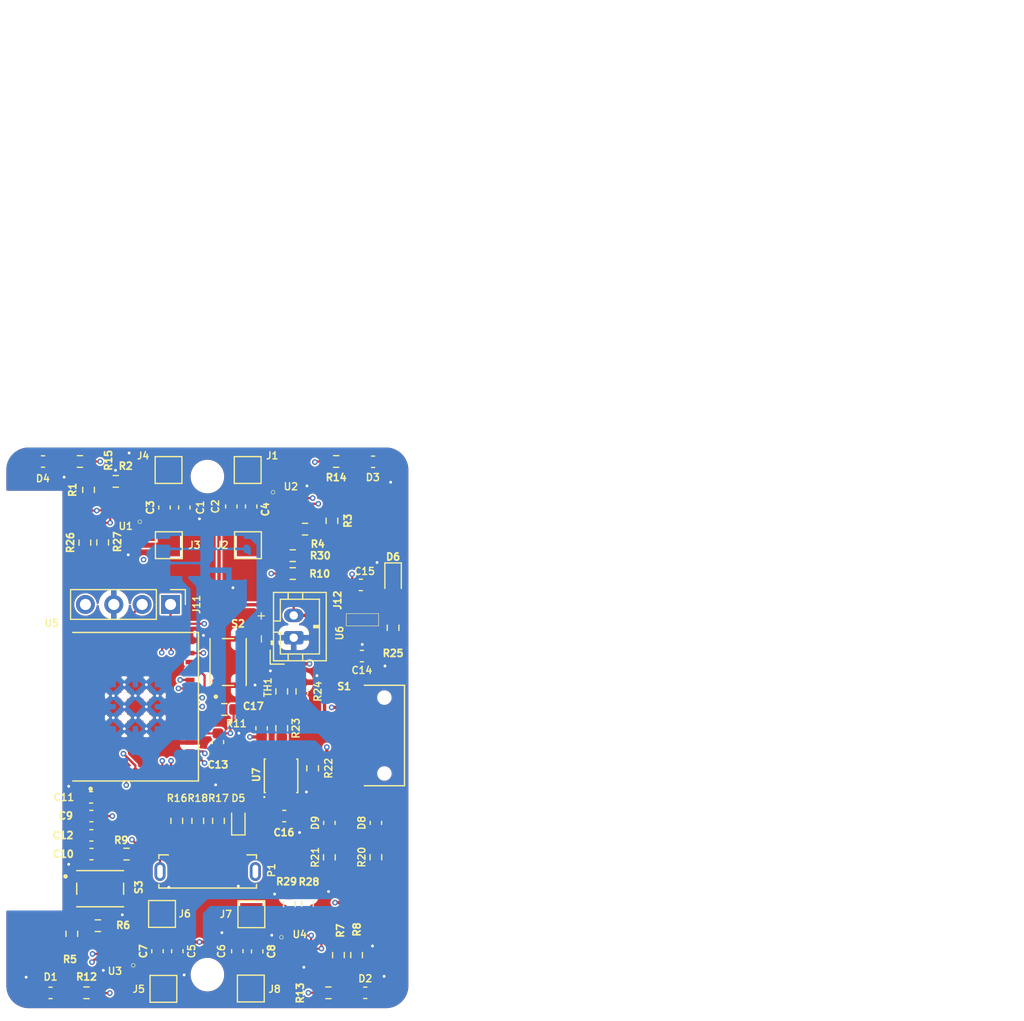
<source format=kicad_pcb>
(kicad_pcb (version 20240108) (generator "pcbnew") (generator_version "8.0")
  (layers (0 "F.Cu" signal) (31 "B.Cu" signal) (34 "B.Paste" user) (35 "F.Paste" user) (36 "B.SilkS" user "B.Silkscreen") (37 "F.SilkS" user "F.Silkscreen") (38 "B.Mask" user) (39 "F.Mask" user) (44 "Edge.Cuts" user))
  (net 0 "")
  (footprint "Resistor_SMD:R_0603_1608Metric" (layer "F.Cu") (at 154.2362 131.408 180)
    (property "Reference" "R13")
    (property "Value" "200")
  )
  (footprint "Resistor_SMD:R_0603_1608Metric" (layer "F.Cu") (at 131.2622 126.1248 90)
    (property "Reference" "R5")
    (property "Value" "10k")
  )
  (footprint "custom_IC:MountingHole_2.7mm_M2.5" (layer "F.Cu") (at 143.4034 85.18)
    (property "Reference" "REF**" (hide yes))
    (property "Value" "MountingHole_2.7mm_M2.5" (hide yes))
  )
  (footprint "Resistor_SMD:R_0603_1608Metric" (layer "F.Cu") (at 152.1492 89.8924 180)
    (property "Reference" "R4")
    (property "Value" "30k")
  )
  (footprint "kicad_reformed_custom_IC:A3908" (layer "F.Cu") (at 135.7748 87.9526 180)
    (property "Reference" "U1")
    (property "Value" "A3908")
  )
  (footprint "Resistor_SMD:R_0603_1608Metric" (layer "F.Cu") (at 154.3254 119.279 90)
    (property "Reference" "R21")
    (property "Value" "200")
  )
  (footprint "Resistor_SMD:R_0603_1608Metric" (layer "F.Cu") (at 151.8616 104.421 -90)
    (property "Reference" "R24")
    (property "Value" "75K")
  )
  (footprint "Capacitor_SMD:C_0603_1608Metric" (layer "F.Cu") (at 133.0272 118.9874 180)
    (property "Reference" "C10")
    (property "Value" "1uF 25V")
  )
  (footprint "TestPoint:TestPoint_Pad_2.0x2.0mm" (layer "F.Cu") (at 139.949 91.3268 180)
    (property "Reference" "J3")
    (property "Value" "motor0")
  )
  (footprint "kicad_reformed_custom_IC:SW_PTS810_SJM_250_SMTR_LFS" (layer "F.Cu") (at 133.8022 122.0862)
    (property "Reference" "S3")
    (property "Value" "TL4100AF240QG_")
  )
  (footprint "Capacitor_SMD:C_0603_1608Metric" (layer "F.Cu") (at 144.3432 108.9544 -90)
    (property "Reference" "C13")
    (property "Value" "0.1uF")
  )
  (footprint "Connector_JST:JST_PH_B2B-PH-K_1x02_P2.00mm_Vertical" (layer "F.Cu") (at 151.1338 99.6166 90)
    (property "Reference" "J12")
    (property "Value" "JST 2.0 BATT")
  )
  (footprint "Resistor_SMD:R_0603_1608Metric" (layer "F.Cu") (at 154.554 89.1424 -90)
    (property "Reference" "R3")
    (property "Value" "10k")
  )
  (footprint "Resistor_SMD:R_0603_1608Metric" (layer "F.Cu") (at 158.491 119.2668 90)
    (property "Reference" "R20")
    (property "Value" "200")
  )
  (footprint "Capacitor_SMD:C_0603_1608Metric" (layer "F.Cu") (at 129.3572 131.4174)
    (property "Reference" "D1")
    (property "Value" "LED")
  )
  (footprint "Resistor_SMD:R_0603_1608Metric" (layer "F.Cu") (at 152.3696 123.4324 -90)
    (property "Reference" "R28")
    (property "Value" "100k")
  )
  (footprint "Capacitor_SMD:C_0603_1608Metric" (layer "F.Cu") (at 140.711 127.6866 -90)
    (property "Reference" "C5")
    (property "Value" "10uF")
  )
  (footprint "Capacitor_SMD:C_0603_1608Metric" (layer "F.Cu") (at 132.9894 113.9074 180)
    (property "Reference" "C11")
    (property "Value" "0.1uF")
  )
  (footprint "Resistor_SMD:R_0603_1608Metric" (layer "F.Cu") (at 134.0262 91.085 90)
    (property "Reference" "R27")
    (property "Value" "100k")
  )
  (footprint "Diode_SMD:D_SOD-523" (layer "F.Cu") (at 146.172 116.0156 90)
    (property "Reference" "D5")
    (property "Value" "TPD1E10B06DPYR")
  )
  (footprint "TestPoint:TestPoint_Pad_2.0x2.0mm" (layer "F.Cu") (at 139.3394 124.3468 180)
    (property "Reference" "J6")
    (property "Value" "motor1")
  )
  (footprint "kicad_reformed_custom_IC:SW_JS102011SAQN" (layer "F.Cu") (at 159.253 108.3702 90)
    (property "Reference" "S1")
    (property "Value" "JS102011SAQN")
  )
  (footprint "kicad_reformed_custom_IC:MODULE_ESP32-H2-MINI-1-H2" (layer "F.Cu") (at 134.2496 105.7924 90)
    (property "Reference" "U5")
    (property "Value" "ESP32-H2-MINI-1")
  )
  (footprint "Capacitor_SMD:C_0603_1608Metric" (layer "F.Cu") (at 146.0836 127.6846 90)
    (property "Reference" "C6")
    (property "Value" "10uF")
  )
  (footprint "Capacitor_SMD:C_0603_1608Metric" (layer "F.Cu") (at 148.2548 107.723 90)
    (property "Reference" "C17")
    (property "Value" "22uF")
  )
  (footprint "Resistor_SMD:R_0603_1608Metric" (layer "F.Cu") (at 133.599 125.4006)
    (property "Reference" "R6")
    (property "Value" "30k")
  )
  (footprint "TestPoint:TestPoint_Pad_2.0x2.0mm" (layer "F.Cu") (at 139.4664 131.0524 180)
    (property "Reference" "J5")
    (property "Value" "motor0")
  )
  (footprint "kicad_reformed_custom_IC:A3908" (layer "F.Cu") (at 135.187 127.6746 180)
    (property "Reference" "U3")
    (property "Value" "A3908")
  )
  (footprint "kicad_reformed_custom_IC:SON50P300X300X100-11N" (layer "F.Cu") (at 149.9994 111.9774 90)
    (property "Reference" "U7")
    (property "Value" "MCP73833")
  )
  (footprint "Capacitor_SMD:C_0603_1608Metric" (layer "F.Cu") (at 139.5598 87.9526 -90)
    (property "Reference" "C3")
    (property "Value" "0.1uF")
  )
  (footprint "Resistor_SMD:R_0603_1608Metric" (layer "F.Cu") (at 150.0582 107.723 -90)
    (property "Reference" "R23")
    (property "Value" "1.43K")
  )
  (footprint "Resistor_SMD:R_0603_1608Metric" (layer "F.Cu") (at 132.7608 86.3738 90)
    (property "Reference" "R1")
    (property "Value" "10k")
  )
  (footprint "Resistor_SMD:R_0603_1608Metric" (layer "F.Cu") (at 156.7638 128.0298 90)
    (property "Reference" "R8")
    (property "Value" "30k")
  )
  (footprint "Capacitor_SMD:C_0603_1608Metric" (layer "F.Cu") (at 138.933 127.6866 -90)
    (property "Reference" "C7")
    (property "Value" "0.1uF")
  )
  (footprint "TestPoint:TestPoint_Pad_2.0x2.0mm" (layer "F.Cu") (at 147.2896 131.027)
    (property "Reference" "J8")
    (property "Value" "motor1")
  )
  (footprint "Resistor_SMD:R_0603_1608Metric" (layer "F.Cu") (at 154.935 83.8338 180)
    (property "Reference" "R14")
    (property "Value" "200")
  )
  (footprint "kicad_reformed_custom_IC:SW_PTS810_SJM_250_SMTR_LFS" (layer "F.Cu") (at 145.2576 101.7916 90)
    (property "Reference" "S2")
    (property "Value" "TL4100AF240QG_")
  )
  (footprint "Resistor_SMD:R_0603_1608Metric" (layer "F.Cu") (at 142.5398 116.0156 90)
    (property "Reference" "R18")
    (property "Value" "5k1")
  )
  (footprint "Capacitor_SMD:C_0603_1608Metric" (layer "F.Cu") (at 158.237 83.8592 180)
    (property "Reference" "D3")
    (property "Value" "LED")
  )
  (footprint "Resistor_SMD:R_0603_1608Metric" (layer "F.Cu") (at 144.394 116.0156 90)
    (property "Reference" "R17")
    (property "Value" "5k1")
  )
  (footprint "Resistor_SMD:R_0603_1608Metric" (layer "F.Cu") (at 152.8268 111.3044 -90)
    (property "Reference" "R22")
    (property "Value" "1.43K")
  )
  (footprint "Capacitor_SMD:C_0603_1608Metric" (layer "F.Cu") (at 128.6838 83.8338)
    (property "Reference" "D4")
    (property "Value" "LED")
  )
  (footprint "kicad_reformed_custom_IC:CUI_UJC-VP-3-SMT-TR" (layer "F.Cu") (at 143.4288 120.548)
    (property "Reference" "P1")
    (property "Value" "USB_C_Plug_USB2.0")
  )
  (footprint "Resistor_SMD:R_0603_1608Metric" (layer "F.Cu") (at 136.1644 118.9874 180)
    (property "Reference" "R9")
    (property "Value" "10k")
  )
  (footprint "Resistor_SMD:R_0603_1608Metric" (layer "F.Cu") (at 151.0488 92.2666)
    (property "Reference" "R30")
    (property "Value" "10k")
  )
  (footprint "Resistor_SMD:R_0603_1608Metric" (layer "F.Cu") (at 150.744 123.4578 -90)
    (property "Reference" "R29")
    (property "Value" "100k")
  )
  (footprint "Capacitor_SMD:C_0603_1608Metric" (layer "F.Cu") (at 157.5382 131.408 180)
    (property "Reference" "D2")
    (property "Value" "LED")
  )
  (footprint "Capacitor_SMD:C_0603_1608Metric" (layer "F.Cu") (at 157.1448 94.8828)
    (property "Reference" "C15")
    (property "Value" "10uF")
  )
  (footprint "Resistor_SMD:R_0603_1608Metric" (layer "F.Cu") (at 150.0596 104.421 90)
    (property "Reference" "TH1")
    (property "Value" "TH 10k")
  )
  (footprint "TestPoint:TestPoint_Pad_2.0x2.0mm" (layer "F.Cu") (at 147.0356 91.3268)
    (property "Reference" "J2")
    (property "Value" "motor1")
  )
  (footprint "Resistor_SMD:R_0603_1608Metric" (layer "F.Cu") (at 140.6602 116.0156 90)
    (property "Reference" "R16")
    (property "Value" "1M")
  )
  (footprint "Capacitor_SMD:C_0603_1608Metric" (layer "F.Cu") (at 147.8616 127.6996 90)
    (property "Reference" "C8")
    (property "Value" "0.1uF")
  )
  (footprint "custom_IC:MountingHole_2.7mm_M2.5" (layer "F.Cu") (at 143.4034 129.7824)
    (property "Reference" "REF**" (hide yes))
    (property "Value" "MountingHole_2.7mm_M2.5" (hide yes))
  )
  (footprint "Capacitor_SMD:C_0603_1608Metric" (layer "F.Cu") (at 133.0148 117.311 180)
    (property "Reference" "C12")
    (property "Value" "0.1uF")
  )
  (footprint "Resistor_SMD:R_0603_1608Metric" (layer "F.Cu") (at 131.9858 83.8338)
    (property "Reference" "R15")
    (property "Value" "200")
  )
  (footprint "Capacitor_SMD:C_0603_1608Metric" (layer "F.Cu") (at 154.3254 116.1934 -90)
    (property "Reference" "D9")
    (property "Value" "LED")
  )
  (footprint "TestPoint:TestPoint_Pad_2.0x2.0mm" (layer "F.Cu") (at 147.3404 124.3722)
    (property "Reference" "J7")
    (property "Value" "motor0")
  )
  (footprint "Capacitor_SMD:C_0603_1608Metric" (layer "F.Cu") (at 157.237 101.2582)
    (property "Reference" "C14")
    (property "Value" "2.2uF")
  )
  (footprint "Capacitor_SMD:C_0603_1608Metric" (layer "F.Cu") (at 141.3378 87.9526 -90)
    (property "Reference" "C1")
    (property "Value" "10uF")
  )
  (footprint "kicad_reformed_custom_IC:A3908" (layer "F.Cu") (at 151.6076 127.7116)
    (property "Reference" "U4")
    (property "Value" "A3908")
  )
  (footprint "TestPoint:TestPoint_Pad_2.0x2.0mm" (layer "F.Cu") (at 147.0102 84.5958)
    (property "Reference" "J1")
    (property "Value" "motor0")
  )
  (footprint "Resistor_SMD:R_0603_1608Metric" (layer "F.Cu") (at 132.583 131.408)
    (property "Reference" "R12")
    (property "Value" "200")
  )
  (footprint "Resistor_SMD:R_0603_1608Metric" (layer "F.Cu") (at 144.9274 106.0334)
    (property "Reference" "R11")
    (property "Value" "10k")
  )
  (footprint "Connector_PinHeader_2.54mm:PinHeader_1x04_P2.54mm_Vertical" (layer "F.Cu") (at 140.1014 96.6354 -90)
    (property "Reference" "J11")
    (property "Value" "UART")
  )
  (footprint "TestPoint:TestPoint_Pad_2.0x2.0mm" (layer "F.Cu") (at 139.9236 84.5958 180)
    (property "Reference" "J4")
    (property "Value" "motor1")
  )
  (footprint "Resistor_SMD:R_0603_1608Metric" (layer "F.Cu") (at 155.1382 128.0298 -90)
    (property "Reference" "R7")
    (property "Value" "10k")
  )
  (footprint "Resistor_SMD:R_0603_1608Metric" (layer "F.Cu") (at 135.1992 85.6118)
    (property "Reference" "R2")
    (property "Value" "30k")
  )
  (footprint "Capacitor_SMD:C_0603_1608Metric" (layer "F.Cu") (at 145.5452 87.8604 90)
    (property "Reference" "C2")
    (property "Value" "10uF")
  )
  (footprint "Capacitor_SMD:C_0603_1608Metric" (layer "F.Cu") (at 158.491 116.1934 -90)
    (property "Reference" "D8")
    (property "Value" "LED")
  )
  (footprint "kicad_reformed_custom_IC:AP2204" (layer "F.Cu") (at 157.237 97.9562)
    (property "Reference" "U6")
    (property "Value" "AP2204")
  )
  (footprint "Capacitor_SMD:C_0603_1608Metric" (layer "F.Cu") (at 147.3232 87.8604 90)
    (property "Reference" "C4")
    (property "Value" "0.1uF")
  )
  (footprint "kicad_reformed_custom_IC:A3908" (layer "F.Cu") (at 150.8542 87.8604)
    (property "Reference" "U2")
    (property "Value" "A3908")
  )
  (footprint "Capacitor_SMD:C_0603_1608Metric" (layer "F.Cu") (at 133.0148 115.5838 180)
    (property "Reference" "C9")
    (property "Value" "47uF")
  )
  (footprint "Resistor_SMD:R_0603_1608Metric" (layer "F.Cu") (at 132.4306 91.0982 90)
    (property "Reference" "R26")
    (property "Value" "100k")
  )
  (footprint "Capacitor_SMD:C_0603_1608Metric" (layer "F.Cu") (at 150.2868 115.5838)
    (property "Reference" "C16")
    (property "Value" "10uF")
  )
  (footprint "Resistor_SMD:R_0603_1608Metric" (layer "F.Cu") (at 160.031 98.7202 -90)
    (property "Reference" "R25")
    (property "Value" "200")
  )
  (footprint "Resistor_SMD:R_0603_1608Metric" (layer "F.Cu") (at 151.0488 93.8668 180)
    (property "Reference" "R10")
    (property "Value" "10k")
  )
  (footprint "Diode_SMD:D_0603_1608Metric" (layer "F.Cu") (at 160.031 94.4002 -90)
    (property "Reference" "D6")
    (property "Value" "PWLED")
  )
  (gr_text "-" (at 147.8484 99.1754 -90) (layer "F.SilkS") (effects (font (size 0.762 0.762) (thickness 0.1016) (bold yes)) (justify left bottom)))
  (gr_text "+" (at 148.7628 97.2704 180) (layer "F.SilkS") (effects (font (size 0.762 0.762) (thickness 0.1016) (bold yes)) (justify left bottom)))
  (segment (start 156.462 100.3976) (end 156.462 101.2582) (width 0.2032) (layer "F.Cu") (net 0))
  (segment (start 156.337 98.2052) (end 156.5352 98.007) (width 0.2032) (layer "F.Cu") (net 0))
  (segment (start 140.9496 99.2416) (end 140.9496 99.8924) (width 0.2032) (layer "F.Cu") (net 0))
  (segment (start 141.8286 98.3626) (end 140.9496 99.2416) (width 0.2032) (layer "F.Cu") (net 0))
  (segment (start 154.0888 127.9616) (end 152.6876 127.9616) (width 0.2032) (layer "F.Cu") (net 0))
  (segment (start 138.933 126.9116) (end 140.711 126.9116) (width 0.3048) (layer "F.Cu") (net 0))
  (segment (start 140.6602 117.6158) (end 140.4316 117.8444) (width 0.2032) (layer "F.Cu") (net 0))
  (segment (start 142.9458 104.9924) (end 142.9462 104.992) (width 0.2032) (layer "F.Cu") (net 0))
  (segment (start 156.337 99.2562) (end 156.337 98.2052) (width 0.2032) (layer "F.Cu") (net 0))
  (segment (start 147.8616 128.4746) (end 148.9276 128.4746) (width 0.3048) (layer "F.Cu") (net 0))
  (segment (start 144.8258 127.3948) (end 144.2924 126.8614) (width 0.3048) (layer "F.Cu") (net 0))
  (segment (start 145.4484 108.1794) (end 145.4608 108.167) (width 0.2032) (layer "F.Cu") (net 0))
  (segment (start 149.4994 109.945) (end 149.4058 109.8514) (width 0.2032) (layer "F.Cu") (net 0))
  (segment (start 149.4994 110.5424) (end 149.4994 109.945) (width 0.2032) (layer "F.Cu") (net 0))
  (segment (start 149.7026 131.027) (end 150.1852 130.5444) (width 0.4572) (layer "F.Cu") (net 0))
  (segment (start 136.901 86.6532) (end 137.155 86.3992) (width 0.2032) (layer "F.Cu") (net 0))
  (segment (start 142.9332 105.7924) (end 142.9462 105.7794) (width 0.2032) (layer "F.Cu") (net 0))
  (segment (start 144.2924 126.8614) (end 142.6922 126.8614) (width 0.3048) (layer "F.Cu") (net 0))
  (segment (start 148.9406 88.1104) (end 149.8042 88.1104) (width 0.2032) (layer "F.Cu") (net 0))
  (segment (start 140.1496 111.6924) (end 140.1496 110.6334) (width 0.2032) (layer "F.Cu") (net 0))
  (segment (start 156.5352 98.007) (end 158.0084 98.007) (width 0.2032) (layer "F.Cu") (net 0))
  (segment (start 142.6922 126.8614) (end 140.7612 126.8614) (width 0.3048) (layer "F.Cu") (net 0))
  (segment (start 133.4334 131.4334) (end 134.6658 131.4334) (width 0.2032) (layer "F.Cu") (net 0))
  (segment (start 145.7524 107.0372) (end 145.4608 107.3288) (width 0.2032) (layer "F.Cu") (net 0))
  (segment (start 141.8496 100.9924) (end 143.0342 100.9924) (width 0.2032) (layer "F.Cu") (net 0))
  (segment (start 146.172 116.7156) (end 146.172 117.8444) (width 0.2032) (layer "F.Cu") (net 0))
  (segment (start 139.3496 99.8924) (end 139.3496 100.9178) (width 0.2032) (layer "F.Cu") (net 0))
  (segment (start 148.9406 88.1104) (end 148.6264 88.1104) (width 0.3048) (layer "F.Cu") (net 0))
  (segment (start 149.8042 90.3108) (end 149.8042 89.498) (width 0.4572) (layer "F.Cu") (net 0))
  (segment (start 153.9058 128.8548) (end 155.1382 128.8548) (width 0.2032) (layer "F.Cu") (net 0))
  (segment (start 150.4994 114.0438) (end 150.744 114.2884) (width 0.2032) (layer "F.Cu") (net 0))
  (segment (start 136.2406 125.3628) (end 136.2406 126.0232) (width 0.4572) (layer "F.Cu") (net 0))
  (segment (start 142.362 121.6544) (end 144.4956 121.6544) (width 0.3048) (layer "F.Cu") (net 0))
  (segment (start 140.1496 99.8924) (end 140.1496 100.9254) (width 0.2032) (layer "F.Cu") (net 0))
  (segment (start 154.5286 105.8556) (end 156.4884 105.8556) (width 0.3048) (layer "F.Cu") (net 0))
  (segment (start 140.4316 117.8444) (end 139.3648 117.8444) (width 0.2032) (layer "F.Cu") (net 0))
  (segment (start 147.7976 96.6608) (end 148.204 97.0672) (width 0.3048) (layer "F.Cu") (net 0))
  (segment (start 147.3404 124.3722) (end 149.1692 124.3722) (width 0.4572) (layer "F.Cu") (net 0))
  (segment (start 151.9342 88.6104) (end 152.5996 88.6104) (width 0.2032) (layer "F.Cu") (net 0))
  (segment (start 150.744 124.2828) (end 150.744 125.0834) (width 0.2032) (layer "F.Cu") (net 0))
  (segment (start 154.3254 114.8726) (end 154.3254 115.4184) (width 0.2032) (layer "F.Cu") (net 0))
  (segment (start 154.3254 118.454) (end 154.3254 116.9684) (width 0.2032) (layer "F.Cu") (net 0))
  (segment (start 140.1496 110.6334) (end 140.1522 110.6308) (width 0.2032) (layer "F.Cu") (net 0))
  (segment (start 132.774 125.4006) (end 131.363 125.4006) (width 0.2032) (layer "F.Cu") (net 0))
  (segment (start 149.8042 87.1104) (end 149.8042 86.3484) (width 0.2032) (layer "F.Cu") (net 0))
  (segment (start 136.8248 87.2026) (end 136.8248 86.7294) (width 0.2032) (layer "F.Cu") (net 0))
  (segment (start 140.9656 103.3924) (end 140.965 103.3918) (width 0.2032) (layer "F.Cu") (net 0))
  (segment (start 156.337 96.6562) (end 156.337 94.9156) (width 0.2032) (layer "F.Cu") (net 0))
  (segment (start 146.0836 128.4596) (end 145.154 128.4596) (width 0.3048) (layer "F.Cu") (net 0))
  (segment (start 147.8466 128.4596) (end 147.8616 128.4746) (width 0.3048) (layer "F.Cu") (net 0))
  (segment (start 133.7644 113.1832) (end 133.7644 113.9074) (width 0.2032) (layer "F.Cu") (net 0))
  (segment (start 140.1496 100.9254) (end 140.1522 100.928) (width 0.2032) (layer "F.Cu") (net 0))
  (segment (start 136.237 129.2526) (end 136.237 128.4246) (width 0.2032) (layer "F.Cu") (net 0))
  (segment (start 139.5598 87.1776) (end 141.3378 87.1776) (width 0.3048) (layer "F.Cu") (net 0))
  (segment (start 151.9342 87.6104) (end 151.9422 87.6184) (width 0.2032) (layer "F.Cu") (net 0))
  (segment (start 154.8334 123.3308) (end 159.0498 123.3308) (width 0.3048) (layer "F.Cu") (net 0))
  (segment (start 151.8738 93.8668) (end 151.8738 95.2008) (width 0.2032) (layer "F.Cu") (net 0))
  (segment (start 139.3648 111.6772) (end 139.3496 111.6924) (width 0.2032) (layer "F.Cu") (net 0))
  (segment (start 134.6912 89.3202) (end 134.2848 89.3202) (width 0.2032) (layer "F.Cu") (net 0))
  (segment (start 133.3058 128.4246) (end 133.0656 128.6648) (width 0.2032) (layer "F.Cu") (net 0))
  (segment (start 145.5452 88.6354) (end 144.4458 88.6354) (width 0.3048) (layer "F.Cu") (net 0))
  (segment (start 132.8238 85.6118) (end 132.7608 85.5488) (width 0.2032) (layer "F.Cu") (net 0))
  (segment (start 144.4956 121.6544) (end 144.9488 121.2012) (width 0.3048) (layer "F.Cu") (net 0))
  (segment (start 154.554 89.9674) (end 153.0492 89.9674) (width 0.2032) (layer "F.Cu") (net 0))
  (segment (start 137.4344 98.5658) (end 139.2886 98.5658) (width 0.2032) (layer "F.Cu") (net 0))
  (segment (start 154.2492 127.8012) (end 154.0888 127.9616) (width 0.2032) (layer "F.Cu") (net 0))
  (segment (start 136.139 113.4248) (end 137.5868 113.4248) (width 0.2032) (layer "F.Cu") (net 0))
  (segment (start 148.1014 88.6354) (end 147.3232 88.6354) (width 0.3048) (layer "F.Cu") (net 0))
  (segment (start 133.8022 118.9874) (end 133.8022 120.9858) (width 0.2032) (layer "F.Cu") (net 0))
  (segment (start 133.408 131.408) (end 133.4334 131.4334) (width 0.2032) (layer "F.Cu") (net 0))
  (segment (start 141.8496 104.9924) (end 142.9458 104.9924) (width 0.2032) (layer "F.Cu") (net 0))
  (segment (start 148.6264 88.1104) (end 148.1014 88.6354) (width 0.3048) (layer "F.Cu") (net 0))
  (segment (start 142.9288 118.1826) (end 142.5398 117.7936) (width 0.2032) (layer "F.Cu") (net 0))
  (segment (start 156.337 94.9156) (end 156.3698 94.8828) (width 0.2032) (layer "F.Cu") (net 0))
  (segment (start 137.8916 84.9514) (end 137.8916 85.6626) (width 0.4572) (layer "F.Cu") (net 0))
  (segment (start 136.1496 111.6924) (end 136.1496 112.8046) (width 0.2032) (layer "F.Cu") (net 0))
  (segment (start 131.2622 126.9498) (end 132.519 126.9498) (width 0.2032) (layer "F.Cu") (net 0))
  (segment (start 154.641 110.8702) (end 156.503 110.8702) (width 0.3048) (layer "F.Cu") (net 0))
  (segment (start 148.9994 113.4124) (end 148.9994 114.1948) (width 0.2032) (layer "F.Cu") (net 0))
  (segment (start 150.5576 129.1814) (end 150.5408 129.1982) (width 0.2032) (layer "F.Cu") (net 0))
  (segment (start 153.0648 88.1104) (end 151.9342 88.1104) (width 0.2032) (layer "F.Cu") (net 0))
  (segment (start 133.7898 117.311) (end 133.7898 118.975) (width 0.2032) (layer "F.Cu") (net 0))
  (segment (start 143.9288 119.748) (end 143.9288 118.335) (width 0.2032) (layer "F.Cu") (net 0))
  (segment (start 138.933 126.9116) (end 137.8922 126.9116) (width 0.3048) (layer "F.Cu") (net 0))
  (segment (start 134.0388 87.7026) (end 134.6948 87.7026) (width 0.2032) (layer "F.Cu") (net 0))
  (segment (start 137.028 131.0524) (end 139.4664 131.0524) (width 0.4572) (layer "F.Cu") (net 0))
  (segment (start 134.6912 89.3202) (end 134.6948 89.3166) (width 0.2032) (layer "F.Cu") (net 0))
  (segment (start 158.491 116.9684) (end 158.491 118.4418) (width 0.2032) (layer "F.Cu") (net 0))
  (segment (start 146.172 96.6608) (end 147.7976 96.6608) (width 0.3048) (layer "F.Cu") (net 0))
  (segment (start 156.3698 93.93) (end 156.3574 93.9176) (width 0.2032) (layer "F.Cu") (net 0))
  (segment (start 151.9378 126.2772) (end 152.6998 126.2772) (width 0.2032) (layer "F.Cu") (net 0))
  (segment (start 150.4994 113.4124) (end 150.4994 114.0438) (width 0.2032) (layer "F.Cu") (net 0))
  (segment (start 140.8126 104.1538) (end 141.811 104.1538) (width 0.2032) (layer "F.Cu") (net 0))
  (segment (start 149.4232 127.979) (end 149.8042 127.979) (width 0.3048) (layer "F.Cu") (net 0))
  (segment (start 137.2566 124.3468) (end 136.2406 125.3628) (width 0.4572) (layer "F.Cu") (net 0))
  (segment (start 132.7608 88.228) (end 133.4974 88.228) (width 0.2032) (layer "F.Cu") (net 0))
  (segment (start 145.154 128.4596) (end 144.8258 128.1314) (width 0.3048) (layer "F.Cu") (net 0))
  (segment (start 153.0492 89.9674) (end 152.9742 89.8924) (width 0.2032) (layer "F.Cu") (net 0))
  (segment (start 133.535 87.1988) (end 134.0388 87.7026) (width 0.2032) (layer "F.Cu") (net 0))
  (segment (start 133.7898 118.975) (end 133.8022 118.9874) (width 0.2032) (layer "F.Cu") (net 0))
  (segment (start 156.7638 128.8548) (end 155.1382 128.8548) (width 0.2032) (layer "F.Cu") (net 0))
  (segment (start 132.519 126.9498) (end 132.9894 127.4202) (width 0.2032) (layer "F.Cu") (net 0))
  (segment (start 136.1496 99.0124) (end 136.6724 98.4896) (width 0.2032) (layer "F.Cu") (net 0))
  (segment (start 142.9208 87.4406) (end 142.9208 88.2534) (width 0.3048) (layer "F.Cu") (net 0))
  (segment (start 150.5576 126.2858) (end 150.5662 126.2772) (width 0.2032) (layer "F.Cu") (net 0))
  (segment (start 154.4138 127.2048) (end 154.2492 127.3694) (width 0.2032) (layer "F.Cu") (net 0))
  (segment (start 138.6118 87.1776) (end 138.0694 87.72) (width 0.3048) (layer "F.Cu") (net 0))
  (segment (start 156.337 99.2562) (end 156.337 100.2726) (width 0.2032) (layer "F.Cu") (net 0))
  (segment (start 136.9496 99.8924) (end 136.9496 99.0506) (width 0.2032) (layer "F.Cu") (net 0))
  (segment (start 152.6876 126.2894) (end 152.6998 126.2772) (width 0.2032) (layer "F.Cu") (net 0))
  (segment (start 136.8248 90.8696) (end 137.282 91.3268) (width 0.4572) (layer "F.Cu") (net 0))
  (segment (start 149.1692 114.3646) (end 149.4994 114.3646) (width 0.2032) (layer "F.Cu") (net 0))
  (segment (start 136.8248 89.498) (end 136.8248 90.8696) (width 0.4572) (layer "F.Cu") (net 0))
  (segment (start 148.2548 108.498) (end 148.2548 109.437) (width 0.3048) (layer "F.Cu") (net 0))
  (segment (start 135.3394 118.9874) (end 133.8022 118.9874) (width 0.2032) (layer "F.Cu") (net 0))
  (segment (start 149.4994 113.4124) (end 149.4994 114.3646) (width 0.2032) (layer "F.Cu") (net 0))
  (segment (start 131.7486 131.4174) (end 131.758 131.408) (width 0.2032) (layer "F.Cu") (net 0))
  (segment (start 149.2708 117.5904) (end 151.7844 120.104) (width 0.3048) (layer "F.Cu") (net 0))
  (segment (start 133.8022 120.9858) (end 133.8276 121.0112) (width 0.2032) (layer "F.Cu") (net 0))
  (segment (start 144.158 101.7924) (end 144.1826 101.817) (width 0.2032) (layer "F.Cu") (net 0))
  (segment (start 153.8936 107.6082) (end 153.8936 98.4388) (width 0.3048) (layer "F.Cu") (net 0))
  (segment (start 144.8258 128.1314) (end 144.8258 127.3948) (width 0.3048) (layer "F.Cu") (net 0))
  (segment (start 155.1382 127.2048) (end 154.4138 127.2048) (width 0.2032) (layer "F.Cu") (net 0))
  (segment (start 141.3378 87.1776) (end 142.6578 87.1776) (width 0.3048) (layer "F.Cu") (net 0))
  (segment (start 145.4608 107.3288) (end 145.4608 108.167) (width 0.2032) (layer "F.Cu") (net 0))
  (segment (start 154.554 88.3174) (end 153.2718 88.3174) (width 0.2032) (layer "F.Cu") (net 0))
  (segment (start 150.0582 106.898) (end 150.0582 105.2474) (width 0.2032) (layer "F.Cu") (net 0))
  (segment (start 133.12 127.9246) (end 133.1164 127.9282) (width 0.2032) (layer "F.Cu") (net 0))
  (segment (start 133.7898 117.311) (end 134.7674 117.311) (width 0.2032) (layer "F.Cu") (net 0))
  (segment (start 149.8042 88.6104) (end 149.8042 89.498) (width 0.2032) (layer "F.Cu") (net 0))
  (segment (start 141.9088 119.748) (end 141.9088 121.2012) (width 0.3048) (layer "F.Cu") (net 0))
  (segment (start 137.7472 87.7026) (end 137.7646 87.72) (width 0.2032) (layer "F.Cu") (net 0))
  (segment (start 146.0836 128.4596) (end 147.8466 128.4596) (width 0.3048) (layer "F.Cu") (net 0))
  (segment (start 150.5662 125.7692) (end 150.5662 126.2772) (width 0.4572) (layer "F.Cu") (net 0))
  (segment (start 160.523 107.278) (end 159.1152 105.8702) (width 0.3048) (layer "F.Cu") (net 0))
  (segment (start 136.9894 118.0344) (end 136.647 117.692) (width 0.2032) (layer "F.Cu") (net 0))
  (segment (start 149.1692 84.5958) (end 149.8296 85.2562) (width 0.4572) (layer "F.Cu") (net 0))
  (segment (start 152.8268 110.4794) (end 151.0624 110.4794) (width 0.2032) (layer "F.Cu") (net 0))
  (segment (start 153.5982 127.4616) (end 153.6142 127.4456) (width 0.2032) (layer "F.Cu") (net 0))
  (segment (start 149.2708 117.5904) (end 149.5118 117.3494) (width 0.3048) (layer "F.Cu") (net 0))
  (segment (start 150.1852 130.5444) (end 150.5408 130.1888) (width 0.4572) (layer "F.Cu") (net 0))
  (segment (start 144.1826 103.8666) (end 144.1826 101.817) (width 0.2032) (layer "F.Cu") (net 0))
  (segment (start 144.1024 105.2592) (end 143.1494 104.3062) (width 0.2032) (layer "F.Cu") (net 0))
  (segment (start 153.2718 88.3174) (end 153.0648 88.1104) (width 0.2032) (layer "F.Cu") (net 0))
  (segment (start 156.4884 105.8556) (end 156.503 105.8702) (width 0.3048) (layer "F.Cu") (net 0))
  (segment (start 142.9208 88.2534) (end 143.3018 88.6344) (width 0.3048) (layer "F.Cu") (net 0))
  (segment (start 143.124 98.3626) (end 141.8286 98.3626) (width 0.2032) (layer "F.Cu") (net 0))
  (segment (start 150.0582 105.2474) (end 150.0596 105.246) (width 0.2032) (layer "F.Cu") (net 0))
  (segment (start 156.3698 94.8828) (end 156.3698 93.93) (width 0.2032) (layer "F.Cu") (net 0))
  (segment (start 154.1476 114.6948) (end 154.3254 114.8726) (width 0.2032) (layer "F.Cu") (net 0))
  (segment (start 144.1826 101.817) (end 144.1826 99.7166) (width 0.2032) (layer "F.Cu") (net 0))
  (segment (start 131.363 125.4006) (end 131.2622 125.2998) (width 0.2032) (layer "F.Cu") (net 0))
  (segment (start 132.7608 87.1988) (end 133.535 87.1988) (width 0.2032) (layer "F.Cu") (net 0))
  (segment (start 149.982 114.2376) (end 150.4392 114.6948) (width 0.2032) (layer "F.Cu") (net 0))
  (segment (start 136.1496 99.8924) (end 136.1496 99.0124) (width 0.2032) (layer "F.Cu") (net 0))
  (segment (start 149.9994 113.4124) (end 149.982 113.4298) (width 0.2032) (layer "F.Cu") (net 0))
  (segment (start 156.462 101.2582) (end 156.462 102.4998) (width 0.2032) (layer "F.Cu") (net 0))
  (segment (start 134.3742 85.6118) (end 134.3742 86.387) (width 0.2032) (layer "F.Cu") (net 0))
  (segment (start 148.9914 109.8434) (end 148.9994 109.8514) (width 0.2032) (layer "F.Cu") (net 0))
  (segment (start 149.5118 117.3494) (end 149.5118 115.5838) (width 0.3048) (layer "F.Cu") (net 0))
  (segment (start 139.3648 110.6308) (end 139.3648 111.6772) (width 0.2032) (layer "F.Cu") (net 0))
  (segment (start 137.1252 127.4246) (end 137.1296 127.4202) (width 0.2032) (layer "F.Cu") (net 0))
  (segment (start 145.2322 117.8952) (end 146.1212 117.8952) (width 0.3048) (layer "F.Cu") (net 0))
  (segment (start 138.2472 84.5958) (end 137.8916 84.9514) (width 0.4572) (layer "F.Cu") (net 0))
  (segment (start 133.326821 127.4202) (end 133.331221 127.4246) (width 0.2032) (layer "F.Cu") (net 0))
  (segment (start 157.462 83.8592) (end 157.4366 83.8338) (width 0.2032) (layer "F.Cu") (net 0))
  (segment (start 148.2548 108.498) (end 147.2142 108.498) (width 0.3048) (layer "F.Cu") (net 0))
  (segment (start 137.6122 127.1916) (end 137.3836 127.4202) (width 0.3048) (layer "F.Cu") (net 0))
  (segment (start 153.4112 131.408) (end 152.4458 131.408) (width 0.2032) (layer "F.Cu") (net 0))
  (segment (start 144.9488 119.748) (end 144.9488 118.1786) (width 0.3048) (layer "F.Cu") (net 0))
  (segment (start 158.237 98.2356) (end 158.237 99.2562) (width 0.2032) (layer "F.Cu") (net 0))
  (segment (start 156.7632 131.408) (end 155.0612 131.408) (width 0.3048) (layer "F.Cu") (net 0))
  (segment (start 144.4458 88.6354) (end 144.4448 88.6344) (width 0.3048) (layer "F.Cu") (net 0))
  (segment (start 133.7898 115.5838) (end 133.7898 113.9328) (width 0.2032) (layer "F.Cu") (net 0))
  (segment (start 136.9496 111.6924) (end 136.9496 111.0604) (width 0.2032) (layer "F.Cu") (net 0))
  (segment (start 153.8936 98.4388) (end 153.0714 97.6166) (width 0.3048) (layer "F.Cu") (net 0))
  (segment (start 130.1322 131.4174) (end 131.7486 131.4174) (width 0.2032) (layer "F.Cu") (net 0))
  (segment (start 134.2848 89.3202) (end 134.0262 89.5788) (width 0.2032) (layer "F.Cu") (net 0))
  (segment (start 152.6876 126.9616) (end 152.6876 126.2894) (width 0.2032) (layer "F.Cu") (net 0))
  (segment (start 157.4366 83.8338) (end 155.76 83.8338) (width 0.2032) (layer "F.Cu") (net 0))
  (segment (start 150.5576 128.4616) (end 150.5576 129.1814) (width 0.2032) (layer "F.Cu") (net 0))
  (segment (start 134.5496 112.398) (end 133.7644 113.1832) (width 0.2032) (layer "F.Cu") (net 0))
  (segment (start 148.9276 128.4746) (end 149.4232 127.979) (width 0.3048) (layer "F.Cu") (net 0))
  (segment (start 137.5868 113.4248) (end 138.5496 112.462) (width 0.2032) (layer "F.Cu") (net 0))
  (segment (start 141.8626 108.1794) (end 141.8496 108.1924) (width 0.2032) (layer "F.Cu") (net 0))
  (segment (start 151.9422 87.6184) (end 153.3348 87.6184) (width 0.2032) (layer "F.Cu") (net 0))
  (segment (start 149.474 101.944) (end 152.5474 101.944) (width 0.3048) (layer "F.Cu") (net 0))
  (segment (start 136.6724 97.5244) (end 137.5614 96.6354) (width 0.2032) (layer "F.Cu") (net 0))
  (segment (start 134.6948 89.3166) (end 134.6948 88.7026) (width 0.2032) (layer "F.Cu") (net 0))
  (segment (start 138.0694 87.72) (end 137.7646 87.72) (width 0.3048) (layer "F.Cu") (net 0))
  (segment (start 148.6104 101.0804) (end 149.474 101.944) (width 0.3048) (layer "F.Cu") (net 0))
  (segment (start 149.8216 127.9616) (end 149.8042 127.979) (width 0.2032) (layer "F.Cu") (net 0))
  (segment (start 133.8276 121.0112) (end 135.8772 121.0112) (width 0.2032) (layer "F.Cu") (net 0))
  (segment (start 138.5496 112.462) (end 138.5496 111.6924) (width 0.2032) (layer "F.Cu") (net 0))
  (segment (start 158.491 114.7964) (end 158.491 115.4184) (width 0.2032) (layer "F.Cu") (net 0))
  (segment (start 141.9088 121.2012) (end 142.362 121.6544) (width 0.3048) (layer "F.Cu") (net 0))
  (segment (start 152.6876 128.4616) (end 153.5126 128.4616) (width 0.2032) (layer "F.Cu") (net 0))
  (segment (start 140.6602 116.8406) (end 140.6602 117.6158) (width 0.2032) (layer "F.Cu") (net 0))
  (segment (start 136.9496 99.0506) (end 137.4344 98.5658) (width 0.2032) (layer "F.Cu") (net 0))
  (segment (start 153.6142 126.3026) (end 153.6142 127.4456) (width 0.2032) (layer "F.Cu") (net 0))
  (segment (start 143.0342 100.9924) (end 143.0478 100.9788) (width 0.2032) (layer "F.Cu") (net 0))
  (segment (start 148.2548 109.437) (end 148.6612 109.8434) (width 0.3048) (layer "F.Cu") (net 0))
  (segment (start 151.0624 110.4794) (end 150.9994 110.5424) (width 0.2032) (layer "F.Cu") (net 0))
  (segment (start 135.4786 114.0852) (end 136.139 113.4248) (width 0.2032) (layer "F.Cu") (net 0))
  (segment (start 131.7272 121.0112) (end 133.8276 121.0112) (width 0.2032) (layer "F.Cu") (net 0))
  (segment (start 150.4392 114.6948) (end 154.1476 114.6948) (width 0.2032) (layer "F.Cu") (net 0))
  (segment (start 133.1288 126.9246) (end 132.774 126.5698) (width 0.2032) (layer "F.Cu") (net 0))
  (segment (start 151.1338 95.9408) (end 151.1338 97.6166) (width 0.2032) (layer "F.Cu") (net 0))
  (segment (start 132.8108 83.8338) (end 133.8022 83.8338) (width 0.2032) (layer "F.Cu") (net 0))
  (segment (start 150.744 114.2884) (end 157.983 114.2884) (width 0.2032) (layer "F.Cu") (net 0))
  (segment (start 146.172 117.8444) (end 146.1212 117.8952) (width 0.2032) (layer "F.Cu") (net 0))
  (segment (start 149.4994 114.3646) (end 149.4994 115.5714) (width 0.2032) (layer "F.Cu") (net 0))
  (segment (start 150.5576 127.9616) (end 149.8216 127.9616) (width 0.2032) (layer "F.Cu") (net 0))
  (segment (start 145.5452 88.6354) (end 147.3232 88.6354) (width 0.3048) (layer "F.Cu") (net 0))
  (segment (start 134.6948 88.2026) (end 133.5228 88.2026) (width 0.2032) (layer "F.Cu") (net 0))
  (segment (start 144.3432 108.1794) (end 145.4484 108.1794) (width 0.2032) (layer "F.Cu") (net 0))
  (segment (start 133.5228 88.2026) (end 133.4974 88.228) (width 0.2032) (layer "F.Cu") (net 0))
  (segment (start 149.4994 115.5714) (end 149.5118 115.5838) (width 0.2032) (layer "F.Cu") (net 0))
  (segment (start 150.2238 92.2666) (end 150.2238 93.8668) (width 0.2032) (layer "F.Cu") (net 0))
  (segment (start 136.237 126.0268) (end 136.2406 126.0232) (width 0.2032) (layer "F.Cu") (net 0))
  (segment (start 156.503 102.5408) (end 156.503 105.8702) (width 0.4572) (layer "F.Cu") (net 0))
  (segment (start 150.5408 130.1888) (end 150.5408 129.1982) (width 0.4572) (layer "F.Cu") (net 0))
  (segment (start 140.1014 97.753) (end 140.1014 96.6354) (width 0.2032) (layer "F.Cu") (net 0))
  (segment (start 136.9496 111.0604) (end 135.885 109.9958) (width 0.2032) (layer "F.Cu") (net 0))
  (segment (start 158.9782 99.2562) (end 158.237 99.2562) (width 0.2032) (layer "F.Cu") (net 0))
  (segment (start 139.5598 87.1776) (end 138.6118 87.1776) (width 0.3048) (layer "F.Cu") (net 0))
  (segment (start 136.237 129.2526) (end 136.237 130.2614) (width 0.4572) (layer "F.Cu") (net 0))
  (segment (start 132.583 88.4058) (end 132.7608 88.228) (width 0.2032) (layer "F.Cu") (net 0))
  (segment (start 140.7612 126.8614) (end 140.711 126.9116) (width 0.3048) (layer "F.Cu") (net 0))
  (segment (start 137.282 91.3268) (end 139.949 91.3268) (width 0.4572) (layer "F.Cu") (net 0))
  (segment (start 143.3018 88.6344) (end 144.4448 88.6344) (width 0.3048) (layer "F.Cu") (net 0))
  (segment (start 137.8916 85.6626) (end 137.155 86.3992) (width 0.4572) (layer "F.Cu") (net 0))
  (segment (start 136.8248 87.7026) (end 137.7472 87.7026) (width 0.2032) (layer "F.Cu") (net 0))
  (segment (start 151.7844 120.104) (end 154.3254 120.104) (width 0.3048) (layer "F.Cu") (net 0))
  (segment (start 150.5576 126.9616) (end 150.5576 126.2858) (width 0.2032) (layer "F.Cu") (net 0))
  (segment (start 147.2896 131.027) (end 149.7026 131.027) (width 0.4572) (layer "F.Cu") (net 0))
  (segment (start 145.7524 106.0334) (end 145.7524 107.0372) (width 0.2032) (layer "F.Cu") (net 0))
  (segment (start 136.237 126.9246) (end 136.237 126.0268) (width 0.2032) (layer "F.Cu") (net 0))
  (segment (start 156.462 102.4998) (end 156.503 102.5408) (width 0.2032) (layer "F.Cu") (net 0))
  (segment (start 141.8496 103.3924) (end 140.9656 103.3924) (width 0.2032) (layer "F.Cu") (net 0))
  (segment (start 136.237 127.4246) (end 137.1252 127.4246) (width 0.2032) (layer "F.Cu") (net 0))
  (segment (start 144.394 117.8698) (end 144.394 116.8406) (width 0.2032) (layer "F.Cu") (net 0))
  (segment (start 148.204 97.0672) (end 148.6104 97.4736) (width 0.3048) (layer "F.Cu") (net 0))
  (segment (start 158.491 120.0918) (end 154.3376 120.0918) (width 0.2032) (layer "F.Cu") (net 0))
  (segment (start 153.0714 97.6166) (end 151.1338 97.6166) (width 0.3048) (layer "F.Cu") (net 0))
  (segment (start 149.9994 108.6068) (end 150.0582 108.548) (width 0.2032) (layer "F.Cu") (net 0))
  (segment (start 141.811 104.1538) (end 141.8496 104.1924) (width 0.2032) (layer "F.Cu") (net 0))
  (segment (start 134.107 127.9246) (end 133.12 127.9246) (width 0.2032) (layer "F.Cu") (net 0))
  (segment (start 151.9342 87.1104) (end 152.8268 87.1104) (width 0.2032) (layer "F.Cu") (net 0))
  (segment (start 133.7898 113.9328) (end 133.7644 113.9074) (width 0.2032) (layer "F.Cu") (net 0))
  (segment (start 160.031 99.5452) (end 159.2672 99.5452) (width 0.2032) (layer "F.Cu") (net 0))
  (segment (start 152.9742 88.985) (end 152.9742 89.8924) (width 0.2032) (layer "F.Cu") (net 0))
  (segment (start 152.3696 124.2574) (end 152.3696 125.058) (width 0.2032) (layer "F.Cu") (net 0))
  (segment (start 136.1496 112.8046) (end 136.139 112.8152) (width 0.2032) (layer "F.Cu") (net 0))
  (segment (start 156.503 108.3702) (end 154.6556 108.3702) (width 0.3048) (layer "F.Cu") (net 0))
  (segment (start 149.8042 86.3484) (end 149.8296 86.323) (width 0.2032) (layer "F.Cu") (net 0))
  (segment (start 142.6578 87.1776) (end 142.9208 87.4406) (width 0.3048) (layer "F.Cu") (net 0))
  (segment (start 139.9236 84.5958) (end 138.2472 84.5958) (width 0.4572) (layer "F.Cu") (net 0))
  (segment (start 149.1946 90.9204) (end 149.8042 90.3108) (width 0.4572) (layer "F.Cu") (net 0))
  (segment (start 159.0498 123.3308) (end 160.523 121.8576) (width 0.3048) (layer "F.Cu") (net 0))
  (segment (start 159.2672 99.5452) (end 158.9782 99.2562) (width 0.2032) (layer "F.Cu") (net 0))
  (segment (start 154.2492 127.3694) (end 154.2492 127.8012) (width 0.2032) (layer "F.Cu") (net 0))
  (segment (start 134.7674 117.311) (end 135.4786 116.5998) (width 0.2032) (layer "F.Cu") (net 0))
  (segment (start 150.2238 93.8668) (end 149.1184 93.8668) (width 0.2032) (layer "F.Cu") (net 0))
  (segment (start 144.9488 121.2012) (end 144.9488 119.748) (width 0.3048) (layer "F.Cu") (net 0))
  (segment (start 129.4588 83.8338) (end 131.1608 83.8338) (width 0.2032) (layer "F.Cu") (net 0))
  (segment (start 158.0084 98.007) (end 158.237 98.2356) (width 0.2032) (layer "F.Cu") (net 0))
  (segment (start 143.1494 110.834) (end 142.9078 110.5924) (width 0.2032) (layer "F.Cu") (net 0))
  (segment (start 143.1494 104.3062) (end 143.1494 103.0108) (width 0.2032) (layer "F.Cu") (net 0))
  (segment (start 136.237 130.2614) (end 137.028 131.0524) (width 0.4572) (layer "F.Cu") (net 0))
  (segment (start 139.3394 124.3468) (end 137.2566 124.3468) (width 0.4572) (layer "F.Cu") (net 0))
  (segment (start 144.4458 88.6354) (end 144.4458 94.9346) (width 0.3048) (layer "F.Cu") (net 0))
  (segment (start 149.4058 109.8514) (end 148.9994 109.8514) (width 0.2032) (layer "F.Cu") (net 0))
  (segment (start 136.8248 86.7294) (end 136.901 86.6532) (width 0.2032) (layer "F.Cu") (net 0))
  (segment (start 144.9488 118.1786) (end 145.2322 117.8952) (width 0.3048) (layer "F.Cu") (net 0))
  (segment (start 154.3376 120.0918) (end 154.3254 120.104) (width 0.2032) (layer "F.Cu") (net 0))
  (segment (start 151.8616 105.246) (end 150.0596 105.246) (width 0.2032) (layer "F.Cu") (net 0))
  (segment (start 139.2886 98.5658) (end 140.1014 97.753) (width 0.2032) (layer "F.Cu") (net 0))
  (segment (start 141.8496 105.7924) (end 142.9332 105.7924) (width 0.2032) (layer "F.Cu") (net 0))
  (segment (start 149.982 113.4298) (end 149.982 114.2376) (width 0.2032) (layer "F.Cu") (net 0))
  (segment (start 142.731 102.5924) (end 141.8496 102.5924) (width 0.2032) (layer "F.Cu") (net 0))
  (segment (start 148.6612 109.8434) (end 148.9914 109.8434) (width 0.2032) (layer "F.Cu") (net 0))
  (segment (start 134.107 126.9246) (end 133.1288 126.9246) (width 0.2032) (layer "F.Cu") (net 0))
  (segment (start 142.5398 117.7936) (end 142.5398 116.8406) (width 0.2032) (layer "F.Cu") (net 0))
  (segment (start 152.5996 88.6104) (end 152.9742 88.985) (width 0.2032) (layer "F.Cu") (net 0))
  (segment (start 149.8296 85.2562) (end 149.8296 86.323) (width 0.4572) (layer "F.Cu") (net 0))
  (segment (start 153.0808 83.8338) (end 154.11 83.8338) (width 0.2032) (layer "F.Cu") (net 0))
  (segment (start 139.1588 118.0504) (end 139.1588 120.548) (width 0.2032) (layer "F.Cu") (net 0))
  (segment (start 152.6876 127.4616) (end 153.5982 127.4616) (width 0.2032) (layer "F.Cu") (net 0))
  (segment (start 137.3836 127.4202) (end 137.1296 127.4202) (width 0.3048) (layer "F.Cu") (net 0))
  (segment (start 154.6556 108.3702) (end 153.8936 107.6082) (width 0.3048) (layer "F.Cu") (net 0))
  (segment (start 156.337 100.2726) (end 156.462 100.3976) (width 0.2032) (layer "F.Cu") (net 0))
  (segment (start 134.6948 86.7076) (end 134.6948 87.2026) (width 0.2032) (layer "F.Cu") (net 0))
  (segment (start 132.774 126.5698) (end 132.774 125.4006) (width 0.2032) (layer "F.Cu") (net 0))
  (segment (start 153.5126 128.4616) (end 153.9058 128.8548) (width 0.2032) (layer "F.Cu") (net 0))
  (segment (start 143.9288 118.335) (end 144.394 117.8698) (width 0.2032) (layer "F.Cu") (net 0))
  (segment (start 139.3496 100.9178) (end 139.314 100.9534) (width 0.2032) (layer "F.Cu") (net 0))
  (segment (start 134.3742 85.6118) (end 132.8238 85.6118) (width 0.2032) (layer "F.Cu") (net 0))
  (segment (start 134.0262 89.5788) (end 134.0262 90.26) (width 0.2032) (layer "F.Cu") (net 0))
  (segment (start 154.0968 110.326) (end 154.641 110.8702) (width 0.3048) (layer "F.Cu") (net 0))
  (segment (start 149.1692 124.3722) (end 150.5662 125.7692) (width 0.4572) (layer "F.Cu") (net 0))
  (segment (start 136.6724 98.4896) (end 136.6724 97.5244) (width 0.2032) (layer "F.Cu") (net 0))
  (segment (start 142.9078 110.5924) (end 141.8496 110.5924) (width 0.2032) (layer "F.Cu") (net 0))
  (segment (start 147.2142 108.498) (end 147.2134 108.4972) (width 0.3048) (layer "F.Cu") (net 0))
  (segment (start 137.8922 126.9116) (end 137.6122 127.1916) (width 0.3048) (layer "F.Cu") (net 0))
  (segment (start 160.523 121.8576) (end 160.523 107.278) (width 0.3048) (layer "F.Cu") (net 0))
  (segment (start 148.6104 97.4736) (end 148.6104 101.0804) (width 0.3048) (layer "F.Cu") (net 0))
  (segment (start 133.7898 115.5838) (end 134.8944 115.5838) (width 0.2032) (layer "F.Cu") (net 0))
  (segment (start 139.3648 117.8444) (end 139.1588 118.0504) (width 0.2032) (layer "F.Cu") (net 0))
  (segment (start 142.9968 109.7924) (end 143.1748 109.9704) (width 0.2032) (layer "F.Cu") (net 0))
  (segment (start 134.107 128.4246) (end 133.3058 128.4246) (width 0.2032) (layer "F.Cu") (net 0))
  (segment (start 136.9894 118.9874) (end 136.9894 118.0344) (width 0.2032) (layer "F.Cu") (net 0))
  (segment (start 153.03 83.8846) (end 153.0808 83.8338) (width 0.2032) (layer "F.Cu") (net 0))
  (segment (start 148.9994 109.8514) (end 148.9994 110.5424) (width 0.2032) (layer "F.Cu") (net 0))
  (segment (start 136.8248 89.498) (end 136.8248 88.7026) (width 0.2032) (layer "F.Cu") (net 0))
  (segment (start 152.3696 125.058) (end 153.6142 126.3026) (width 0.2032) (layer "F.Cu") (net 0))
  (segment (start 133.331221 127.4246) (end 134.107 127.4246) (width 0.2032) (layer "F.Cu") (net 0))
  (segment (start 135.4786 116.5998) (end 135.4786 114.0852) (width 0.2032) (layer "F.Cu") (net 0))
  (segment (start 148.966 117.8952) (end 149.2708 117.5904) (width 0.3048) (layer "F.Cu") (net 0))
  (segment (start 147.0356 91.3268) (end 148.7882 91.3268) (width 0.4572) (layer "F.Cu") (net 0))
  (segment (start 134.5496 111.6924) (end 134.5496 112.398) (width 0.2032) (layer "F.Cu") (net 0))
  (segment (start 134.3742 86.387) (end 134.6948 86.7076) (width 0.2032) (layer "F.Cu") (net 0))
  (segment (start 160.031 95.1877) (end 160.031 97.8952) (width 0.2032) (layer "F.Cu") (net 0))
  (segment (start 143.1494 103.0108) (end 142.731 102.5924) (width 0.2032) (layer "F.Cu") (net 0))
  (segment (start 148.9994 114.1948) (end 149.1692 114.3646) (width 0.2032) (layer "F.Cu") (net 0))
  (segment (start 141.8496 109.7924) (end 142.9968 109.7924) (width 0.2032) (layer "F.Cu") (net 0))
  (segment (start 154.0968 109.4116) (end 154.0968 110.326) (width 0.3048) (layer "F.Cu") (net 0))
  (segment (start 132.9894 127.4202) (end 133.326821 127.4202) (width 0.2032) (layer "F.Cu") (net 0))
  (segment (start 159.1152 105.8702) (end 156.503 105.8702) (width 0.3048) (layer "F.Cu") (net 0))
  (segment (start 144.3432 108.1794) (end 141.8626 108.1794) (width 0.2032) (layer "F.Cu") (net 0))
  (segment (start 151.8738 95.2008) (end 151.1338 95.9408) (width 0.2032) (layer "F.Cu") (net 0))
  (segment (start 146.1212 117.8952) (end 148.966 117.8952) (width 0.3048) (layer "F.Cu") (net 0))
  (segment (start 142.9288 119.748) (end 142.9288 118.1826) (width 0.2032) (layer "F.Cu") (net 0))
  (segment (start 157.983 114.2884) (end 158.491 114.7964) (width 0.2032) (layer "F.Cu") (net 0))
  (segment (start 132.4306 90.2732) (end 132.4306 88.5582) (width 0.2032) (layer "F.Cu") (net 0))
  (segment (start 149.9994 110.5424) (end 149.9994 108.6068) (width 0.2032) (layer "F.Cu") (net 0))
  (segment (start 132.4306 88.5582) (end 132.583 88.4058) (width 0.2032) (layer "F.Cu") (net 0))
  (segment (start 141.8496 101.7924) (end 144.158 101.7924) (width 0.2032) (layer "F.Cu") (net 0))
  (segment (start 148.7882 91.3268) (end 149.1946 90.9204) (width 0.4572) (layer "F.Cu") (net 0))
  (segment (start 147.0102 84.5958) (end 149.1692 84.5958) (width 0.4572) (layer "F.Cu") (net 0))
  (segment (start 144.4458 94.9346) (end 146.172 96.6608) (width 0.3048) (layer "F.Cu") (net 0))
  (segment (start 144.1024 106.0334) (end 144.1024 105.2592) (width 0.2032) (layer "F.Cu") (net 0))
  (segment (start 150.744 125.0834) (end 151.9378 126.2772) (width 0.2032) (layer "F.Cu") (net 0))
  (via (at 135.7834 124.423) (size 0.508) (drill 0.254) (layers "F.Cu" "B.Cu") (net 0))
  (via (at 152.268 113.4248) (size 0.508) (drill 0.254) (layers "F.Cu" "B.Cu") (net 0))
  (via (at 137.6884 92.6222) (size 0.508) (drill 0.254) (layers "F.Cu" "B.Cu") (net 0))
  (via (at 142.6922 88.9646) (size 0.508) (drill 0.254) (layers "F.Cu" "B.Cu") (net 0))
  (via (at 133.4974 88.228) (size 0.508) (drill 0.254) (layers "F.Cu" "B.Cu") (net 0))
  (via (at 147.6706 103.849) (size 0.508) (drill 0.254) (layers "F.Cu" "B.Cu") (net 0))
  (via (at 142.9462 105.7794) (size 0.508) (drill 0.254) (layers "F.Cu" "B.Cu") (net 0))
  (via (at 159.2276 129.9348) (size 0.508) (drill 0.254) (layers "F.Cu" "B.Cu") (net 0))
  (via (at 156.3574 93.9176) (size 0.508) (drill 0.254) (layers "F.Cu" "B.Cu") (net 0))
  (via (at 153.03 83.8846) (size 0.508) (drill 0.254) (layers "F.Cu" "B.Cu") (net 0))
  (via (at 140.1522 110.6308) (size 0.508) (drill 0.254) (layers "F.Cu" "B.Cu") (net 0))
  (via (at 152.6998 126.2772) (size 0.508) (drill 0.254) (layers "F.Cu" "B.Cu") (net 0))
  (via (at 158.1862 127.217) (size 0.508) (drill 0.254) (layers "F.Cu" "B.Cu") (net 0))
  (via (at 140.1522 100.928) (size 0.508) (drill 0.254) (layers "F.Cu" "B.Cu") (net 0))
  (via (at 130.9828 112.9168) (size 0.508) (drill 0.254) (layers "F.Cu" "B.Cu") (net 0))
  (via (at 143.0478 100.9788) (size 0.508) (drill 0.254) (layers "F.Cu" "B.Cu") (net 0))
  (via (at 133.1164 127.9282) (size 0.508) (drill 0.254) (layers "F.Cu" "B.Cu") (net 0))
  (via (at 146.172 121.8576) (size 0.508) (drill 0.254) (layers "F.Cu" "B.Cu") (net 0))
  (via (at 147.2134 108.4972) (size 0.508) (drill 0.254) (layers "F.Cu" "B.Cu") (net 0))
  (via (at 133.8022 83.8338) (size 0.508) (drill 0.254) (layers "F.Cu" "B.Cu") (net 0))
  (via (at 152.4458 131.408) (size 0.508) (drill 0.254) (layers "F.Cu" "B.Cu") (net 0))
  (via (at 134.6658 131.4334) (size 0.508) (drill 0.254) (layers "F.Cu" "B.Cu") (net 0))
  (via (at 134.6912 89.3202) (size 0.508) (drill 0.254) (layers "F.Cu" "B.Cu") (net 0))
  (via (at 143.124 98.3626) (size 0.508) (drill 0.254) (layers "F.Cu" "B.Cu") (net 0))
  (via (at 159.3038 102.1472) (size 0.508) (drill 0.254) (layers "F.Cu" "B.Cu") (net 0))
  (via (at 139.314 100.9534) (size 0.508) (drill 0.254) (layers "F.Cu" "B.Cu") (net 0))
  (via (at 149.1184 93.8668) (size 0.508) (drill 0.254) (layers "F.Cu" "B.Cu") (net 0))
  (via (at 130.9828 119.9018) (size 0.508) (drill 0.254) (layers "F.Cu" "B.Cu") (net 0))
  (via (at 149.0422 102.579) (size 0.508) (drill 0.254) (layers "F.Cu" "B.Cu") (net 0))
  (via (at 143.1748 109.9704) (size 0.508) (drill 0.254) (layers "F.Cu" "B.Cu") (net 0))
  (via (at 130.5764 85.2308) (size 0.508) (drill 0.254) (layers "F.Cu" "B.Cu") (net 0))
  (via (at 144.6988 126.0232) (size 0.508) (drill 0.254) (layers "F.Cu" "B.Cu") (net 0))
  (via (at 144.14 112.7898) (size 0.508) (drill 0.254) (layers "F.Cu" "B.Cu") (net 0))
  (via (at 135.1738 84.6212) (size 0.508) (drill 0.254) (layers "F.Cu" "B.Cu") (net 0))
  (via (at 139.949 121.9592) (size 0.508) (drill 0.254) (layers "F.Cu" "B.Cu") (net 0))
  (via (at 136.3168 92.1904) (size 0.508) (drill 0.254) (layers "F.Cu" "B.Cu") (net 0))
  (via (at 146.2228 108.167) (size 0.508) (drill 0.254) (layers "F.Cu" "B.Cu") (net 0))
  (via (at 133.0656 128.6648) (size 0.508) (drill 0.254) (layers "F.Cu" "B.Cu") (net 0))
  (via (at 134.8944 115.5838) (size 0.508) (drill 0.254) (layers "F.Cu" "B.Cu") (net 0))
  (via (at 135.885 109.9958) (size 0.508) (drill 0.254) (layers "F.Cu" "B.Cu") (net 0))
  (via (at 139.3648 110.6308) (size 0.508) (drill 0.254) (layers "F.Cu" "B.Cu") (net 0))
  (via (at 158.5926 92.8762) (size 0.508) (drill 0.254) (layers "F.Cu" "B.Cu") (net 0))
  (via (at 159.8118 85.688) (size 0.508) (drill 0.254) (layers "F.Cu" "B.Cu") (net 0))
  (via (at 145.6894 95.1368) (size 0.508) (drill 0.254) (layers "F.Cu" "B.Cu") (net 0))
  (via (at 141.3206 129.8078) (size 0.508) (drill 0.254) (layers "F.Cu" "B.Cu") (net 0))
  (via (at 152.3188 86.0182) (size 0.508) (drill 0.254) (layers "F.Cu" "B.Cu") (net 0))
  (via (at 142.6922 126.8614) (size 0.508) (drill 0.254) (layers "F.Cu" "B.Cu") (net 0))
  (via (at 153.2078 103.0108) (size 0.508) (drill 0.254) (layers "F.Cu" "B.Cu") (net 0))
  (via (at 153.3348 87.6184) (size 0.508) (drill 0.254) (layers "F.Cu" "B.Cu") (net 0))
  (via (at 154.2492 122.3402) (size 0.508) (drill 0.254) (layers "F.Cu" "B.Cu") (net 0))
  (via (at 154.0968 109.4116) (size 0.508) (drill 0.254) (layers "F.Cu" "B.Cu") (net 0))
  (via (at 152.5474 101.944) (size 0.508) (drill 0.254) (layers "F.Cu" "B.Cu") (net 0))
  (via (at 136.139 112.8152) (size 0.508) (drill 0.254) (layers "F.Cu" "B.Cu") (net 0))
  (via (at 151.6584 117.057) (size 0.508) (drill 0.254) (layers "F.Cu" "B.Cu") (net 0))
  (via (at 142.9462 104.992) (size 0.508) (drill 0.254) (layers "F.Cu" "B.Cu") (net 0))
  (via (at 143.0478 99.404) (size 0.508) (drill 0.254) (layers "F.Cu" "B.Cu") (net 0))
  (via (at 145.4608 108.167) (size 0.508) (drill 0.254) (layers "F.Cu" "B.Cu") (net 0))
  (via (at 136.393 83.0718) (size 0.508) (drill 0.254) (layers "F.Cu" "B.Cu") (net 0))
  (via (at 149.4232 122.5688) (size 0.508) (drill 0.254) (layers "F.Cu" "B.Cu") (net 0))
  (via (at 127.1728 130.011) (size 0.508) (drill 0.254) (layers "F.Cu" "B.Cu") (net 0))
  (via (at 154.5286 105.8556) (size 0.508) (drill 0.254) (layers "F.Cu" "B.Cu") (net 0))
  (via (at 153.6142 127.4456) (size 0.508) (drill 0.254) (layers "F.Cu" "B.Cu") (net 0))
  (via (at 157.2718 100.2168) (size 0.508) (drill 0.254) (layers "F.Cu" "B.Cu") (net 0))
  (via (at 149.1692 126.2518) (size 0.508) (drill 0.254) (layers "F.Cu" "B.Cu") (net 0))
  (via (at 140.965 103.3918) (size 0.508) (drill 0.254) (layers "F.Cu" "B.Cu") (net 0))
  (via (at 152.8268 87.1104) (size 0.508) (drill 0.254) (layers "F.Cu" "B.Cu") (net 0))
  (via (at 136.647 117.692) (size 0.508) (drill 0.254) (layers "F.Cu" "B.Cu") (net 0))
  (via (at 152.0394 129.122) (size 0.508) (drill 0.254) (layers "F.Cu" "B.Cu") (net 0))
  (via (at 154.8334 123.3308) (size 0.508) (drill 0.254) (layers "F.Cu" "B.Cu") (net 0))
  (via (at 134.0816 129.4014) (size 0.508) (drill 0.254) (layers "F.Cu" "B.Cu") (net 0))
  (via (at 143.1494 110.834) (size 0.508) (drill 0.254) (layers "F.Cu" "B.Cu") (net 0))
  (via (at 140.8126 104.1538) (size 0.508) (drill 0.254) (layers "F.Cu" "B.Cu") (net 0))
  (zone (net 0) (net_name "") (layers "F&B.Cu") (connect_pads (clearance 0)) (min_thickness 0.25)
    (keepout (tracks allowed) (vias allowed) (pads allowed) (copperpour not_allowed) (footprints allowed))
    (fill (thermal_gap 0.5) (thermal_bridge_width 0.5))
    (polygon (pts (xy 124.8316 86.4504) (xy 130.4196 86.4504) (xy 130.4196 124.0424) (xy 125.0856 124.0424)))
  )
  (zone (net 0) (net_name "") (layers "F&B.Cu") (connect_pads (clearance 0.1524)) (min_thickness 0.2032) (fill yes (thermal_gap 0.5) (thermal_bridge_width 0.5))
    (polygon (pts (xy 125.1408 82.4114) (xy 161.4628 82.4114) (xy 161.4628 132.9574) (xy 125.1408 132.9574)))
  )
)
</source>
